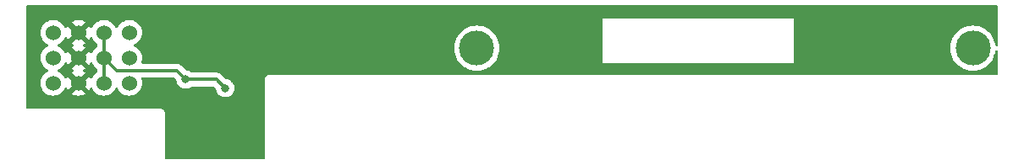
<source format=gbr>
%TF.GenerationSoftware,KiCad,Pcbnew,(6.0.8-1)-1*%
%TF.CreationDate,2023-12-09T20:57:06-06:00*%
%TF.ProjectId,RIO to STEMMA Dual,52494f20-746f-4205-9354-454d4d412044,rev?*%
%TF.SameCoordinates,Original*%
%TF.FileFunction,Copper,L2,Bot*%
%TF.FilePolarity,Positive*%
%FSLAX46Y46*%
G04 Gerber Fmt 4.6, Leading zero omitted, Abs format (unit mm)*
G04 Created by KiCad (PCBNEW (6.0.8-1)-1) date 2023-12-09 20:57:06*
%MOMM*%
%LPD*%
G01*
G04 APERTURE LIST*
%TA.AperFunction,ComponentPad*%
%ADD10C,3.500000*%
%TD*%
%TA.AperFunction,ComponentPad*%
%ADD11C,1.524000*%
%TD*%
%TA.AperFunction,ViaPad*%
%ADD12C,0.800000*%
%TD*%
%TA.AperFunction,Conductor*%
%ADD13C,0.350000*%
%TD*%
G04 APERTURE END LIST*
D10*
%TO.P,H2,1*%
%TO.N,N/C*%
X165481500Y-55109990D03*
%TD*%
%TO.P,H1,1*%
%TO.N,N/C*%
X115851500Y-55109990D03*
%TD*%
D11*
%TO.P,X1,1,GND*%
%TO.N,GND*%
X73456800Y-56083200D03*
%TO.P,X1,2,3V3*%
%TO.N,+3V3*%
X75996800Y-56083200D03*
%TO.P,X1,3,SCL*%
%TO.N,/SCL*%
X78536800Y-56083200D03*
%TO.P,X1,4,SDA*%
%TO.N,/SDA*%
X81076800Y-56083200D03*
%TO.P,X1,5,GND*%
%TO.N,GND*%
X73456800Y-58623200D03*
%TO.P,X1,6,GND*%
X73456800Y-53543200D03*
%TO.P,X1,7,3V3*%
%TO.N,+3V3*%
X75996800Y-58623200D03*
%TO.P,X1,8,3V3*%
X75996800Y-53543200D03*
%TO.P,X1,9,SCL*%
%TO.N,/SCL*%
X78536800Y-58623200D03*
%TO.P,X1,10,SCL*%
X78536800Y-53543200D03*
%TO.P,X1,11,SDA*%
%TO.N,/SDA*%
X81076800Y-58623200D03*
%TO.P,X1,12,SDA*%
X81076800Y-53543200D03*
%TD*%
D12*
%TO.N,+3V3*%
X87985600Y-62026800D03*
X89458800Y-54610000D03*
%TO.N,/SCL*%
X90678000Y-59131200D03*
X86715600Y-58267600D03*
%TD*%
D13*
%TO.N,/SCL*%
X85801200Y-57353200D02*
X79806800Y-57353200D01*
X78536800Y-53543200D02*
X78536800Y-58623200D01*
X86715600Y-58267600D02*
X85801200Y-57353200D01*
X89814400Y-58267600D02*
X86715600Y-58267600D01*
X90678000Y-59131200D02*
X89814400Y-58267600D01*
X79806800Y-57353200D02*
X78536800Y-56083200D01*
%TD*%
%TA.AperFunction,Conductor*%
%TO.N,+3V3*%
G36*
X167915121Y-50830502D02*
G01*
X167961614Y-50884158D01*
X167973000Y-50936500D01*
X167973000Y-54779616D01*
X167952998Y-54847737D01*
X167899342Y-54894230D01*
X167829068Y-54904334D01*
X167764488Y-54874840D01*
X167726104Y-54815114D01*
X167723421Y-54804198D01*
X167722423Y-54799178D01*
X167692752Y-54650014D01*
X167668530Y-54528243D01*
X167668528Y-54528237D01*
X167667724Y-54524193D01*
X167572559Y-54243845D01*
X167441615Y-53978317D01*
X167394369Y-53907608D01*
X167279426Y-53735583D01*
X167279422Y-53735578D01*
X167277133Y-53732152D01*
X167274419Y-53729058D01*
X167274415Y-53729052D01*
X167084636Y-53512652D01*
X167081927Y-53509563D01*
X167050512Y-53482013D01*
X166862438Y-53317075D01*
X166862432Y-53317071D01*
X166859338Y-53314357D01*
X166855912Y-53312068D01*
X166855907Y-53312064D01*
X166616606Y-53152169D01*
X166613173Y-53149875D01*
X166609474Y-53148051D01*
X166609469Y-53148048D01*
X166446695Y-53067777D01*
X166347645Y-53018931D01*
X166337753Y-53015573D01*
X166071210Y-52925094D01*
X166071206Y-52925093D01*
X166067297Y-52923766D01*
X166063253Y-52922962D01*
X166063247Y-52922960D01*
X165780965Y-52866810D01*
X165780959Y-52866809D01*
X165776926Y-52866007D01*
X165772821Y-52865738D01*
X165772814Y-52865737D01*
X165485619Y-52846914D01*
X165481500Y-52846644D01*
X165477381Y-52846914D01*
X165190186Y-52865737D01*
X165190179Y-52865738D01*
X165186074Y-52866007D01*
X165182041Y-52866809D01*
X165182035Y-52866810D01*
X164899753Y-52922960D01*
X164899747Y-52922962D01*
X164895703Y-52923766D01*
X164891794Y-52925093D01*
X164891790Y-52925094D01*
X164625247Y-53015573D01*
X164615355Y-53018931D01*
X164516305Y-53067777D01*
X164353531Y-53148048D01*
X164353526Y-53148051D01*
X164349827Y-53149875D01*
X164346394Y-53152169D01*
X164107093Y-53312064D01*
X164107088Y-53312068D01*
X164103662Y-53314357D01*
X164100568Y-53317071D01*
X164100562Y-53317075D01*
X163912488Y-53482013D01*
X163881073Y-53509563D01*
X163878364Y-53512652D01*
X163688585Y-53729052D01*
X163688581Y-53729058D01*
X163685867Y-53732152D01*
X163683578Y-53735578D01*
X163683574Y-53735583D01*
X163568631Y-53907608D01*
X163521385Y-53978317D01*
X163390441Y-54243845D01*
X163295276Y-54524193D01*
X163294472Y-54528237D01*
X163294470Y-54528243D01*
X163244469Y-54779616D01*
X163237517Y-54814564D01*
X163237248Y-54818669D01*
X163237247Y-54818676D01*
X163219508Y-55089330D01*
X163218154Y-55109990D01*
X163218424Y-55114109D01*
X163237049Y-55398274D01*
X163237517Y-55405416D01*
X163238319Y-55409449D01*
X163238320Y-55409455D01*
X163294470Y-55691737D01*
X163295276Y-55695787D01*
X163296603Y-55699696D01*
X163296604Y-55699700D01*
X163303085Y-55718792D01*
X163390441Y-55976135D01*
X163521385Y-56241663D01*
X163523679Y-56245096D01*
X163661921Y-56451990D01*
X163685867Y-56487828D01*
X163688581Y-56490922D01*
X163688585Y-56490928D01*
X163866053Y-56693290D01*
X163881073Y-56710417D01*
X163884162Y-56713126D01*
X164100562Y-56902905D01*
X164100568Y-56902909D01*
X164103662Y-56905623D01*
X164107088Y-56907912D01*
X164107093Y-56907916D01*
X164290905Y-57030734D01*
X164349827Y-57070105D01*
X164353526Y-57071929D01*
X164353531Y-57071932D01*
X164471694Y-57130203D01*
X164615355Y-57201049D01*
X164619260Y-57202374D01*
X164619261Y-57202375D01*
X164891790Y-57294886D01*
X164891794Y-57294887D01*
X164895703Y-57296214D01*
X164899747Y-57297018D01*
X164899753Y-57297020D01*
X165182035Y-57353170D01*
X165182041Y-57353171D01*
X165186074Y-57353973D01*
X165190179Y-57354242D01*
X165190186Y-57354243D01*
X165477381Y-57373066D01*
X165481500Y-57373336D01*
X165485619Y-57373066D01*
X165772814Y-57354243D01*
X165772821Y-57354242D01*
X165776926Y-57353973D01*
X165780959Y-57353171D01*
X165780965Y-57353170D01*
X166063247Y-57297020D01*
X166063253Y-57297018D01*
X166067297Y-57296214D01*
X166071206Y-57294887D01*
X166071210Y-57294886D01*
X166343739Y-57202375D01*
X166343740Y-57202374D01*
X166347645Y-57201049D01*
X166491306Y-57130203D01*
X166609469Y-57071932D01*
X166609474Y-57071929D01*
X166613173Y-57070105D01*
X166672095Y-57030734D01*
X166855907Y-56907916D01*
X166855912Y-56907912D01*
X166859338Y-56905623D01*
X166862432Y-56902909D01*
X166862438Y-56902905D01*
X167078838Y-56713126D01*
X167081927Y-56710417D01*
X167096947Y-56693290D01*
X167274415Y-56490928D01*
X167274419Y-56490922D01*
X167277133Y-56487828D01*
X167301080Y-56451990D01*
X167439321Y-56245096D01*
X167441615Y-56241663D01*
X167572559Y-55976135D01*
X167659915Y-55718792D01*
X167666396Y-55699700D01*
X167666397Y-55699696D01*
X167667724Y-55695787D01*
X167676372Y-55652314D01*
X167723421Y-55415782D01*
X167756329Y-55352873D01*
X167818024Y-55317741D01*
X167888919Y-55321541D01*
X167946505Y-55363067D01*
X167972499Y-55429134D01*
X167973000Y-55440364D01*
X167973000Y-57667500D01*
X167952998Y-57735621D01*
X167899342Y-57782114D01*
X167847000Y-57793500D01*
X95157023Y-57793500D01*
X95156253Y-57793498D01*
X95155437Y-57793493D01*
X95078679Y-57793024D01*
X95061703Y-57797876D01*
X95050247Y-57801150D01*
X95033485Y-57804728D01*
X95004213Y-57808920D01*
X94996045Y-57812634D01*
X94996044Y-57812634D01*
X94980838Y-57819548D01*
X94963314Y-57825996D01*
X94938629Y-57833051D01*
X94931035Y-57837843D01*
X94931032Y-57837844D01*
X94913620Y-57848830D01*
X94898537Y-57856969D01*
X94871618Y-57869208D01*
X94864816Y-57875069D01*
X94852165Y-57885970D01*
X94837161Y-57897073D01*
X94815442Y-57910776D01*
X94809503Y-57917501D01*
X94809499Y-57917504D01*
X94795868Y-57932938D01*
X94783676Y-57944982D01*
X94768073Y-57958427D01*
X94768071Y-57958430D01*
X94761273Y-57964287D01*
X94756393Y-57971816D01*
X94756392Y-57971817D01*
X94747306Y-57985835D01*
X94736015Y-58000709D01*
X94724969Y-58013217D01*
X94719022Y-58019951D01*
X94706458Y-58046711D01*
X94698137Y-58061691D01*
X94686929Y-58078983D01*
X94686927Y-58078988D01*
X94682048Y-58086515D01*
X94679478Y-58095108D01*
X94679476Y-58095113D01*
X94674689Y-58111120D01*
X94668028Y-58128564D01*
X94657119Y-58151800D01*
X94655738Y-58160667D01*
X94655738Y-58160668D01*
X94652570Y-58181015D01*
X94648787Y-58197732D01*
X94642885Y-58217466D01*
X94642884Y-58217472D01*
X94640314Y-58226066D01*
X94640259Y-58235037D01*
X94640259Y-58235038D01*
X94640104Y-58260497D01*
X94640071Y-58261289D01*
X94639900Y-58262386D01*
X94639900Y-58293377D01*
X94639898Y-58294147D01*
X94639424Y-58371721D01*
X94639808Y-58373065D01*
X94639900Y-58374410D01*
X94639900Y-66167500D01*
X94619898Y-66235621D01*
X94566242Y-66282114D01*
X94513900Y-66293500D01*
X84759300Y-66293500D01*
X84691179Y-66273498D01*
X84644686Y-66219842D01*
X84633300Y-66167500D01*
X84633300Y-61705223D01*
X84633302Y-61704453D01*
X84633721Y-61635854D01*
X84633776Y-61626879D01*
X84625650Y-61598447D01*
X84622072Y-61581685D01*
X84619152Y-61561298D01*
X84617880Y-61552413D01*
X84607251Y-61529036D01*
X84600804Y-61511513D01*
X84596216Y-61495462D01*
X84593749Y-61486829D01*
X84588956Y-61479232D01*
X84577970Y-61461820D01*
X84569830Y-61446735D01*
X84557592Y-61419818D01*
X84540830Y-61400365D01*
X84529727Y-61385361D01*
X84516024Y-61363642D01*
X84509299Y-61357703D01*
X84509296Y-61357699D01*
X84493862Y-61344068D01*
X84481818Y-61331876D01*
X84468373Y-61316273D01*
X84468370Y-61316271D01*
X84462513Y-61309473D01*
X84440965Y-61295506D01*
X84426091Y-61284215D01*
X84413583Y-61273169D01*
X84413582Y-61273168D01*
X84406849Y-61267222D01*
X84380087Y-61254657D01*
X84365109Y-61246337D01*
X84347817Y-61235129D01*
X84347812Y-61235127D01*
X84340285Y-61230248D01*
X84331692Y-61227678D01*
X84331687Y-61227676D01*
X84315680Y-61222889D01*
X84298236Y-61216228D01*
X84283124Y-61209133D01*
X84283122Y-61209132D01*
X84275000Y-61205319D01*
X84266133Y-61203938D01*
X84266132Y-61203938D01*
X84256490Y-61202437D01*
X84245783Y-61200770D01*
X84229068Y-61196987D01*
X84209334Y-61191085D01*
X84209328Y-61191084D01*
X84200734Y-61188514D01*
X84191763Y-61188459D01*
X84191762Y-61188459D01*
X84181703Y-61188398D01*
X84166294Y-61188304D01*
X84165511Y-61188271D01*
X84164414Y-61188100D01*
X84133423Y-61188100D01*
X84132653Y-61188098D01*
X84059015Y-61187648D01*
X84059014Y-61187648D01*
X84055079Y-61187624D01*
X84053735Y-61188008D01*
X84052390Y-61188100D01*
X70887700Y-61188100D01*
X70819579Y-61168098D01*
X70773086Y-61114442D01*
X70761700Y-61062100D01*
X70761700Y-58623200D01*
X72181447Y-58623200D01*
X72200822Y-58844663D01*
X72258360Y-59059396D01*
X72260682Y-59064377D01*
X72260683Y-59064378D01*
X72349986Y-59255889D01*
X72349989Y-59255894D01*
X72352312Y-59260876D01*
X72355468Y-59265383D01*
X72355469Y-59265385D01*
X72398897Y-59327406D01*
X72479823Y-59442981D01*
X72637019Y-59600177D01*
X72641527Y-59603334D01*
X72641530Y-59603336D01*
X72717295Y-59656387D01*
X72819123Y-59727688D01*
X72824105Y-59730011D01*
X72824110Y-59730014D01*
X73014610Y-59818845D01*
X73020604Y-59821640D01*
X73025912Y-59823062D01*
X73025914Y-59823063D01*
X73091749Y-59840703D01*
X73235337Y-59879178D01*
X73456800Y-59898553D01*
X73678263Y-59879178D01*
X73821851Y-59840703D01*
X73887686Y-59823063D01*
X73887688Y-59823062D01*
X73892996Y-59821640D01*
X73898990Y-59818845D01*
X74089490Y-59730014D01*
X74089495Y-59730011D01*
X74094477Y-59727688D01*
X74159759Y-59681977D01*
X75302577Y-59681977D01*
X75311874Y-59693993D01*
X75354869Y-59724098D01*
X75364355Y-59729576D01*
X75555793Y-59818845D01*
X75566085Y-59822591D01*
X75770109Y-59877259D01*
X75780904Y-59879162D01*
X75991325Y-59897572D01*
X76002275Y-59897572D01*
X76212696Y-59879162D01*
X76223491Y-59877259D01*
X76427515Y-59822591D01*
X76437807Y-59818845D01*
X76629245Y-59729576D01*
X76638731Y-59724098D01*
X76682564Y-59693407D01*
X76690939Y-59682929D01*
X76683871Y-59669481D01*
X76009612Y-58995222D01*
X75995668Y-58987608D01*
X75993835Y-58987739D01*
X75987220Y-58991990D01*
X75309007Y-59670203D01*
X75302577Y-59681977D01*
X74159759Y-59681977D01*
X74196305Y-59656387D01*
X74272070Y-59603336D01*
X74272073Y-59603334D01*
X74276581Y-59600177D01*
X74433777Y-59442981D01*
X74514704Y-59327406D01*
X74558131Y-59265385D01*
X74558132Y-59265383D01*
X74561288Y-59260876D01*
X74563611Y-59255894D01*
X74563614Y-59255889D01*
X74612881Y-59150235D01*
X74659799Y-59096950D01*
X74728076Y-59077489D01*
X74796036Y-59098031D01*
X74841271Y-59150235D01*
X74890423Y-59255641D01*
X74895903Y-59265132D01*
X74926594Y-59308965D01*
X74937071Y-59317340D01*
X74950518Y-59310272D01*
X75624778Y-58636012D01*
X75631156Y-58624332D01*
X76361208Y-58624332D01*
X76361339Y-58626165D01*
X76365590Y-58632780D01*
X77043803Y-59310993D01*
X77055577Y-59317423D01*
X77067593Y-59308126D01*
X77097697Y-59265132D01*
X77103177Y-59255641D01*
X77152329Y-59150235D01*
X77199247Y-59096950D01*
X77267524Y-59077489D01*
X77335484Y-59098031D01*
X77380719Y-59150235D01*
X77429986Y-59255889D01*
X77429989Y-59255894D01*
X77432312Y-59260876D01*
X77435468Y-59265383D01*
X77435469Y-59265385D01*
X77478897Y-59327406D01*
X77559823Y-59442981D01*
X77717019Y-59600177D01*
X77721527Y-59603334D01*
X77721530Y-59603336D01*
X77797295Y-59656387D01*
X77899123Y-59727688D01*
X77904105Y-59730011D01*
X77904110Y-59730014D01*
X78094610Y-59818845D01*
X78100604Y-59821640D01*
X78105912Y-59823062D01*
X78105914Y-59823063D01*
X78171749Y-59840703D01*
X78315337Y-59879178D01*
X78536800Y-59898553D01*
X78758263Y-59879178D01*
X78901851Y-59840703D01*
X78967686Y-59823063D01*
X78967688Y-59823062D01*
X78972996Y-59821640D01*
X78978990Y-59818845D01*
X79169490Y-59730014D01*
X79169495Y-59730011D01*
X79174477Y-59727688D01*
X79276305Y-59656387D01*
X79352070Y-59603336D01*
X79352073Y-59603334D01*
X79356581Y-59600177D01*
X79513777Y-59442981D01*
X79594704Y-59327406D01*
X79638131Y-59265385D01*
X79638132Y-59265383D01*
X79641288Y-59260876D01*
X79643611Y-59255894D01*
X79643614Y-59255889D01*
X79692605Y-59150827D01*
X79739523Y-59097542D01*
X79807800Y-59078081D01*
X79875760Y-59098623D01*
X79920995Y-59150827D01*
X79969986Y-59255889D01*
X79969989Y-59255894D01*
X79972312Y-59260876D01*
X79975468Y-59265383D01*
X79975469Y-59265385D01*
X80018897Y-59327406D01*
X80099823Y-59442981D01*
X80257019Y-59600177D01*
X80261527Y-59603334D01*
X80261530Y-59603336D01*
X80337295Y-59656387D01*
X80439123Y-59727688D01*
X80444105Y-59730011D01*
X80444110Y-59730014D01*
X80634610Y-59818845D01*
X80640604Y-59821640D01*
X80645912Y-59823062D01*
X80645914Y-59823063D01*
X80711749Y-59840703D01*
X80855337Y-59879178D01*
X81076800Y-59898553D01*
X81298263Y-59879178D01*
X81441851Y-59840703D01*
X81507686Y-59823063D01*
X81507688Y-59823062D01*
X81512996Y-59821640D01*
X81518990Y-59818845D01*
X81709490Y-59730014D01*
X81709495Y-59730011D01*
X81714477Y-59727688D01*
X81816305Y-59656387D01*
X81892070Y-59603336D01*
X81892073Y-59603334D01*
X81896581Y-59600177D01*
X82053777Y-59442981D01*
X82134704Y-59327406D01*
X82178131Y-59265385D01*
X82178132Y-59265383D01*
X82181288Y-59260876D01*
X82183611Y-59255894D01*
X82183614Y-59255889D01*
X82272917Y-59064378D01*
X82272918Y-59064377D01*
X82275240Y-59059396D01*
X82332778Y-58844663D01*
X82352153Y-58623200D01*
X82332778Y-58401737D01*
X82288111Y-58235038D01*
X82277466Y-58195311D01*
X82279156Y-58124335D01*
X82318950Y-58065539D01*
X82384214Y-58037591D01*
X82399173Y-58036700D01*
X85465895Y-58036700D01*
X85534016Y-58056702D01*
X85554990Y-58073605D01*
X85776783Y-58295398D01*
X85810809Y-58357710D01*
X85812997Y-58371319D01*
X85822058Y-58457528D01*
X85881073Y-58639156D01*
X85976560Y-58804544D01*
X85980978Y-58809451D01*
X85980979Y-58809452D01*
X86099670Y-58941272D01*
X86104347Y-58946466D01*
X86167005Y-58991990D01*
X86252473Y-59054086D01*
X86258848Y-59058718D01*
X86264876Y-59061402D01*
X86264878Y-59061403D01*
X86421646Y-59131200D01*
X86433312Y-59136394D01*
X86501214Y-59150827D01*
X86613656Y-59174728D01*
X86613661Y-59174728D01*
X86620113Y-59176100D01*
X86811087Y-59176100D01*
X86817539Y-59174728D01*
X86817544Y-59174728D01*
X86929986Y-59150827D01*
X86997888Y-59136394D01*
X87009554Y-59131200D01*
X87166322Y-59061403D01*
X87166324Y-59061402D01*
X87172352Y-59058718D01*
X87178728Y-59054086D01*
X87287354Y-58975164D01*
X87354222Y-58951305D01*
X87361415Y-58951100D01*
X89479095Y-58951100D01*
X89547216Y-58971102D01*
X89568190Y-58988005D01*
X89739183Y-59158998D01*
X89773209Y-59221310D01*
X89775397Y-59234919D01*
X89778573Y-59265132D01*
X89783180Y-59308965D01*
X89784458Y-59321128D01*
X89843473Y-59502756D01*
X89938960Y-59668144D01*
X89943378Y-59673051D01*
X89943379Y-59673052D01*
X89994668Y-59730014D01*
X90066747Y-59810066D01*
X90221248Y-59922318D01*
X90227276Y-59925002D01*
X90227278Y-59925003D01*
X90389681Y-59997309D01*
X90395712Y-59999994D01*
X90489112Y-60019847D01*
X90576056Y-60038328D01*
X90576061Y-60038328D01*
X90582513Y-60039700D01*
X90773487Y-60039700D01*
X90779939Y-60038328D01*
X90779944Y-60038328D01*
X90866888Y-60019847D01*
X90960288Y-59999994D01*
X90966319Y-59997309D01*
X91128722Y-59925003D01*
X91128724Y-59925002D01*
X91134752Y-59922318D01*
X91289253Y-59810066D01*
X91361332Y-59730014D01*
X91412621Y-59673052D01*
X91412622Y-59673051D01*
X91417040Y-59668144D01*
X91512527Y-59502756D01*
X91571542Y-59321128D01*
X91572821Y-59308965D01*
X91590814Y-59137765D01*
X91591504Y-59131200D01*
X91574677Y-58971102D01*
X91572232Y-58947835D01*
X91572232Y-58947833D01*
X91571542Y-58941272D01*
X91512527Y-58759644D01*
X91484974Y-58711920D01*
X91446267Y-58644879D01*
X91417040Y-58594256D01*
X91376752Y-58549511D01*
X91293675Y-58457245D01*
X91293674Y-58457244D01*
X91289253Y-58452334D01*
X91134752Y-58340082D01*
X91128724Y-58337398D01*
X91128722Y-58337397D01*
X90966319Y-58265091D01*
X90966318Y-58265091D01*
X90960288Y-58262406D01*
X90842513Y-58237372D01*
X90779943Y-58224072D01*
X90779940Y-58224072D01*
X90773487Y-58222700D01*
X90773554Y-58222383D01*
X90711219Y-58196738D01*
X90700950Y-58187535D01*
X90317556Y-57804141D01*
X90311702Y-57797876D01*
X90280104Y-57761655D01*
X90275110Y-57755930D01*
X90224745Y-57720534D01*
X90219477Y-57716620D01*
X90177049Y-57683352D01*
X90171072Y-57678665D01*
X90164148Y-57675539D01*
X90159839Y-57672929D01*
X90150424Y-57667558D01*
X90145976Y-57665173D01*
X90139761Y-57660805D01*
X90082439Y-57638456D01*
X90076371Y-57635906D01*
X90020295Y-57610586D01*
X90012818Y-57609200D01*
X90007998Y-57607690D01*
X89997565Y-57604718D01*
X89992704Y-57603470D01*
X89985628Y-57600711D01*
X89924638Y-57592682D01*
X89918122Y-57591650D01*
X89865100Y-57581823D01*
X89857633Y-57580439D01*
X89850053Y-57580876D01*
X89850052Y-57580876D01*
X89797758Y-57583891D01*
X89790506Y-57584100D01*
X87361415Y-57584100D01*
X87293294Y-57564098D01*
X87287354Y-57560036D01*
X87177694Y-57480363D01*
X87177693Y-57480362D01*
X87172352Y-57476482D01*
X87166324Y-57473798D01*
X87166322Y-57473797D01*
X87003919Y-57401491D01*
X87003918Y-57401491D01*
X86997888Y-57398806D01*
X86878062Y-57373336D01*
X86817543Y-57360472D01*
X86817540Y-57360472D01*
X86811087Y-57359100D01*
X86811154Y-57358783D01*
X86748819Y-57333138D01*
X86738550Y-57323935D01*
X86304356Y-56889741D01*
X86298502Y-56883476D01*
X86266904Y-56847255D01*
X86261910Y-56841530D01*
X86211545Y-56806134D01*
X86206277Y-56802220D01*
X86157872Y-56764265D01*
X86150948Y-56761139D01*
X86146639Y-56758529D01*
X86137224Y-56753158D01*
X86132776Y-56750773D01*
X86126561Y-56746405D01*
X86069239Y-56724056D01*
X86063171Y-56721506D01*
X86007095Y-56696186D01*
X85999618Y-56694800D01*
X85994798Y-56693290D01*
X85984365Y-56690318D01*
X85979504Y-56689070D01*
X85972428Y-56686311D01*
X85911438Y-56678282D01*
X85904922Y-56677250D01*
X85851900Y-56667423D01*
X85844433Y-56666039D01*
X85836853Y-56666476D01*
X85836852Y-56666476D01*
X85784558Y-56669491D01*
X85777306Y-56669700D01*
X82399173Y-56669700D01*
X82331052Y-56649698D01*
X82284559Y-56596042D01*
X82274455Y-56525768D01*
X82277466Y-56511089D01*
X82291197Y-56459842D01*
X82332778Y-56304663D01*
X82352153Y-56083200D01*
X82332778Y-55861737D01*
X82289360Y-55699700D01*
X82276663Y-55652314D01*
X82276662Y-55652312D01*
X82275240Y-55647004D01*
X82232605Y-55555573D01*
X82183614Y-55450511D01*
X82183611Y-55450506D01*
X82181288Y-55445524D01*
X82169812Y-55429134D01*
X82056936Y-55267930D01*
X82056934Y-55267927D01*
X82053777Y-55263419D01*
X81900348Y-55109990D01*
X113588154Y-55109990D01*
X113588424Y-55114109D01*
X113607049Y-55398274D01*
X113607517Y-55405416D01*
X113608319Y-55409449D01*
X113608320Y-55409455D01*
X113664470Y-55691737D01*
X113665276Y-55695787D01*
X113666603Y-55699696D01*
X113666604Y-55699700D01*
X113673085Y-55718792D01*
X113760441Y-55976135D01*
X113891385Y-56241663D01*
X113893679Y-56245096D01*
X114031921Y-56451990D01*
X114055867Y-56487828D01*
X114058581Y-56490922D01*
X114058585Y-56490928D01*
X114236053Y-56693290D01*
X114251073Y-56710417D01*
X114254162Y-56713126D01*
X114470562Y-56902905D01*
X114470568Y-56902909D01*
X114473662Y-56905623D01*
X114477088Y-56907912D01*
X114477093Y-56907916D01*
X114660905Y-57030734D01*
X114719827Y-57070105D01*
X114723526Y-57071929D01*
X114723531Y-57071932D01*
X114841694Y-57130203D01*
X114985355Y-57201049D01*
X114989260Y-57202374D01*
X114989261Y-57202375D01*
X115261790Y-57294886D01*
X115261794Y-57294887D01*
X115265703Y-57296214D01*
X115269747Y-57297018D01*
X115269753Y-57297020D01*
X115552035Y-57353170D01*
X115552041Y-57353171D01*
X115556074Y-57353973D01*
X115560179Y-57354242D01*
X115560186Y-57354243D01*
X115847381Y-57373066D01*
X115851500Y-57373336D01*
X115855619Y-57373066D01*
X116142814Y-57354243D01*
X116142821Y-57354242D01*
X116146926Y-57353973D01*
X116150959Y-57353171D01*
X116150965Y-57353170D01*
X116433247Y-57297020D01*
X116433253Y-57297018D01*
X116437297Y-57296214D01*
X116441206Y-57294887D01*
X116441210Y-57294886D01*
X116713739Y-57202375D01*
X116713740Y-57202374D01*
X116717645Y-57201049D01*
X116861306Y-57130203D01*
X116979469Y-57071932D01*
X116979474Y-57071929D01*
X116983173Y-57070105D01*
X117042095Y-57030734D01*
X117225907Y-56907916D01*
X117225912Y-56907912D01*
X117229338Y-56905623D01*
X117232432Y-56902909D01*
X117232438Y-56902905D01*
X117448838Y-56713126D01*
X117451927Y-56710417D01*
X117466947Y-56693290D01*
X117537886Y-56612400D01*
X128390891Y-56612400D01*
X147605510Y-56612400D01*
X147605510Y-52150400D01*
X128390891Y-52150400D01*
X128390891Y-56612400D01*
X117537886Y-56612400D01*
X117644415Y-56490928D01*
X117644419Y-56490922D01*
X117647133Y-56487828D01*
X117671080Y-56451990D01*
X117809321Y-56245096D01*
X117811615Y-56241663D01*
X117942559Y-55976135D01*
X118029915Y-55718792D01*
X118036396Y-55699700D01*
X118036397Y-55699696D01*
X118037724Y-55695787D01*
X118038530Y-55691737D01*
X118094680Y-55409455D01*
X118094681Y-55409449D01*
X118095483Y-55405416D01*
X118095952Y-55398274D01*
X118114576Y-55114109D01*
X118114846Y-55109990D01*
X118113492Y-55089330D01*
X118095753Y-54818676D01*
X118095752Y-54818669D01*
X118095483Y-54814564D01*
X118088532Y-54779616D01*
X118038530Y-54528243D01*
X118038528Y-54528237D01*
X118037724Y-54524193D01*
X117942559Y-54243845D01*
X117811615Y-53978317D01*
X117764369Y-53907608D01*
X117649426Y-53735583D01*
X117649422Y-53735578D01*
X117647133Y-53732152D01*
X117644419Y-53729058D01*
X117644415Y-53729052D01*
X117454636Y-53512652D01*
X117451927Y-53509563D01*
X117420512Y-53482013D01*
X117232438Y-53317075D01*
X117232432Y-53317071D01*
X117229338Y-53314357D01*
X117225912Y-53312068D01*
X117225907Y-53312064D01*
X116986606Y-53152169D01*
X116983173Y-53149875D01*
X116979474Y-53148051D01*
X116979469Y-53148048D01*
X116816695Y-53067777D01*
X116717645Y-53018931D01*
X116707753Y-53015573D01*
X116441210Y-52925094D01*
X116441206Y-52925093D01*
X116437297Y-52923766D01*
X116433253Y-52922962D01*
X116433247Y-52922960D01*
X116150965Y-52866810D01*
X116150959Y-52866809D01*
X116146926Y-52866007D01*
X116142821Y-52865738D01*
X116142814Y-52865737D01*
X115855619Y-52846914D01*
X115851500Y-52846644D01*
X115847381Y-52846914D01*
X115560186Y-52865737D01*
X115560179Y-52865738D01*
X115556074Y-52866007D01*
X115552041Y-52866809D01*
X115552035Y-52866810D01*
X115269753Y-52922960D01*
X115269747Y-52922962D01*
X115265703Y-52923766D01*
X115261794Y-52925093D01*
X115261790Y-52925094D01*
X114995247Y-53015573D01*
X114985355Y-53018931D01*
X114886305Y-53067777D01*
X114723531Y-53148048D01*
X114723526Y-53148051D01*
X114719827Y-53149875D01*
X114716394Y-53152169D01*
X114477093Y-53312064D01*
X114477088Y-53312068D01*
X114473662Y-53314357D01*
X114470568Y-53317071D01*
X114470562Y-53317075D01*
X114282488Y-53482013D01*
X114251073Y-53509563D01*
X114248364Y-53512652D01*
X114058585Y-53729052D01*
X114058581Y-53729058D01*
X114055867Y-53732152D01*
X114053578Y-53735578D01*
X114053574Y-53735583D01*
X113938631Y-53907608D01*
X113891385Y-53978317D01*
X113760441Y-54243845D01*
X113665276Y-54524193D01*
X113664472Y-54528237D01*
X113664470Y-54528243D01*
X113614469Y-54779616D01*
X113607517Y-54814564D01*
X113607248Y-54818669D01*
X113607247Y-54818676D01*
X113589508Y-55089330D01*
X113588154Y-55109990D01*
X81900348Y-55109990D01*
X81896581Y-55106223D01*
X81892073Y-55103066D01*
X81892070Y-55103064D01*
X81814029Y-55048419D01*
X81714477Y-54978712D01*
X81709495Y-54976389D01*
X81709490Y-54976386D01*
X81604427Y-54927395D01*
X81551142Y-54880478D01*
X81531681Y-54812201D01*
X81552223Y-54744241D01*
X81604427Y-54699005D01*
X81709490Y-54650014D01*
X81709495Y-54650011D01*
X81714477Y-54647688D01*
X81890846Y-54524193D01*
X81892070Y-54523336D01*
X81892073Y-54523334D01*
X81896581Y-54520177D01*
X82053777Y-54362981D01*
X82141694Y-54237423D01*
X82178131Y-54185385D01*
X82178132Y-54185383D01*
X82181288Y-54180876D01*
X82183611Y-54175894D01*
X82183614Y-54175889D01*
X82272917Y-53984378D01*
X82272918Y-53984377D01*
X82275240Y-53979396D01*
X82332778Y-53764663D01*
X82352153Y-53543200D01*
X82332778Y-53321737D01*
X82275240Y-53107004D01*
X82256948Y-53067777D01*
X82183614Y-52910511D01*
X82183611Y-52910506D01*
X82181288Y-52905524D01*
X82153429Y-52865737D01*
X82056936Y-52727930D01*
X82056934Y-52727927D01*
X82053777Y-52723419D01*
X81896581Y-52566223D01*
X81892073Y-52563066D01*
X81892070Y-52563064D01*
X81816305Y-52510013D01*
X81714477Y-52438712D01*
X81709495Y-52436389D01*
X81709490Y-52436386D01*
X81517978Y-52347083D01*
X81517977Y-52347082D01*
X81512996Y-52344760D01*
X81507688Y-52343338D01*
X81507686Y-52343337D01*
X81441851Y-52325697D01*
X81298263Y-52287222D01*
X81076800Y-52267847D01*
X80855337Y-52287222D01*
X80711749Y-52325697D01*
X80645914Y-52343337D01*
X80645912Y-52343338D01*
X80640604Y-52344760D01*
X80635623Y-52347082D01*
X80635622Y-52347083D01*
X80444111Y-52436386D01*
X80444106Y-52436389D01*
X80439124Y-52438712D01*
X80434617Y-52441868D01*
X80434615Y-52441869D01*
X80261530Y-52563064D01*
X80261527Y-52563066D01*
X80257019Y-52566223D01*
X80099823Y-52723419D01*
X80096666Y-52727927D01*
X80096664Y-52727930D01*
X80000171Y-52865737D01*
X79972312Y-52905524D01*
X79969989Y-52910506D01*
X79969986Y-52910511D01*
X79920995Y-53015573D01*
X79874077Y-53068858D01*
X79805800Y-53088319D01*
X79737840Y-53067777D01*
X79692605Y-53015573D01*
X79643614Y-52910511D01*
X79643611Y-52910506D01*
X79641288Y-52905524D01*
X79613429Y-52865737D01*
X79516936Y-52727930D01*
X79516934Y-52727927D01*
X79513777Y-52723419D01*
X79356581Y-52566223D01*
X79352073Y-52563066D01*
X79352070Y-52563064D01*
X79276305Y-52510013D01*
X79174477Y-52438712D01*
X79169495Y-52436389D01*
X79169490Y-52436386D01*
X78977978Y-52347083D01*
X78977977Y-52347082D01*
X78972996Y-52344760D01*
X78967688Y-52343338D01*
X78967686Y-52343337D01*
X78901851Y-52325697D01*
X78758263Y-52287222D01*
X78536800Y-52267847D01*
X78315337Y-52287222D01*
X78171749Y-52325697D01*
X78105914Y-52343337D01*
X78105912Y-52343338D01*
X78100604Y-52344760D01*
X78095623Y-52347082D01*
X78095622Y-52347083D01*
X77904111Y-52436386D01*
X77904106Y-52436389D01*
X77899124Y-52438712D01*
X77894617Y-52441868D01*
X77894615Y-52441869D01*
X77721530Y-52563064D01*
X77721527Y-52563066D01*
X77717019Y-52566223D01*
X77559823Y-52723419D01*
X77556666Y-52727927D01*
X77556664Y-52727930D01*
X77460171Y-52865737D01*
X77432312Y-52905524D01*
X77429989Y-52910506D01*
X77429986Y-52910511D01*
X77380719Y-53016165D01*
X77333801Y-53069450D01*
X77265524Y-53088911D01*
X77197564Y-53068369D01*
X77152329Y-53016165D01*
X77103177Y-52910759D01*
X77097697Y-52901268D01*
X77067006Y-52857435D01*
X77056529Y-52849060D01*
X77043082Y-52856128D01*
X76368822Y-53530388D01*
X76361208Y-53544332D01*
X76361339Y-53546165D01*
X76365590Y-53552780D01*
X77043803Y-54230993D01*
X77055577Y-54237423D01*
X77067593Y-54228126D01*
X77097697Y-54185132D01*
X77103177Y-54175641D01*
X77152329Y-54070235D01*
X77199247Y-54016950D01*
X77267524Y-53997489D01*
X77335484Y-54018031D01*
X77380719Y-54070235D01*
X77429986Y-54175889D01*
X77429989Y-54175894D01*
X77432312Y-54180876D01*
X77435468Y-54185383D01*
X77435469Y-54185385D01*
X77471907Y-54237423D01*
X77559823Y-54362981D01*
X77717019Y-54520177D01*
X77721527Y-54523334D01*
X77721530Y-54523336D01*
X77799571Y-54577981D01*
X77843899Y-54633438D01*
X77853300Y-54681194D01*
X77853300Y-54945206D01*
X77833298Y-55013327D01*
X77799571Y-55048419D01*
X77721530Y-55103064D01*
X77721527Y-55103066D01*
X77717019Y-55106223D01*
X77559823Y-55263419D01*
X77556666Y-55267927D01*
X77556664Y-55267930D01*
X77443788Y-55429134D01*
X77432312Y-55445524D01*
X77429989Y-55450506D01*
X77429986Y-55450511D01*
X77380719Y-55556165D01*
X77333801Y-55609450D01*
X77265524Y-55628911D01*
X77197564Y-55608369D01*
X77152329Y-55556165D01*
X77103177Y-55450759D01*
X77097697Y-55441268D01*
X77067006Y-55397435D01*
X77056529Y-55389060D01*
X77043082Y-55396128D01*
X76368822Y-56070388D01*
X76361208Y-56084332D01*
X76361339Y-56086165D01*
X76365590Y-56092780D01*
X77043803Y-56770993D01*
X77055577Y-56777423D01*
X77067593Y-56768126D01*
X77097697Y-56725132D01*
X77103177Y-56715641D01*
X77152329Y-56610235D01*
X77199247Y-56556950D01*
X77267524Y-56537489D01*
X77335484Y-56558031D01*
X77380719Y-56610235D01*
X77429986Y-56715889D01*
X77429989Y-56715894D01*
X77432312Y-56720876D01*
X77435468Y-56725383D01*
X77435469Y-56725385D01*
X77516795Y-56841530D01*
X77559823Y-56902981D01*
X77717019Y-57060177D01*
X77721527Y-57063334D01*
X77721530Y-57063336D01*
X77799571Y-57117981D01*
X77843899Y-57173438D01*
X77853300Y-57221194D01*
X77853300Y-57485206D01*
X77833298Y-57553327D01*
X77799571Y-57588419D01*
X77721530Y-57643064D01*
X77721527Y-57643066D01*
X77717019Y-57646223D01*
X77559823Y-57803419D01*
X77556666Y-57807927D01*
X77556664Y-57807930D01*
X77435469Y-57981015D01*
X77432312Y-57985524D01*
X77429989Y-57990506D01*
X77429986Y-57990511D01*
X77380719Y-58096165D01*
X77333801Y-58149450D01*
X77265524Y-58168911D01*
X77197564Y-58148369D01*
X77152329Y-58096165D01*
X77103177Y-57990759D01*
X77097697Y-57981268D01*
X77067006Y-57937435D01*
X77056529Y-57929060D01*
X77043082Y-57936128D01*
X76368822Y-58610388D01*
X76361208Y-58624332D01*
X75631156Y-58624332D01*
X75632392Y-58622068D01*
X75632261Y-58620235D01*
X75628010Y-58613620D01*
X74949797Y-57935407D01*
X74938023Y-57928977D01*
X74926007Y-57938274D01*
X74895903Y-57981268D01*
X74890423Y-57990759D01*
X74841271Y-58096165D01*
X74794353Y-58149450D01*
X74726076Y-58168911D01*
X74658116Y-58148369D01*
X74612881Y-58096165D01*
X74563614Y-57990511D01*
X74563611Y-57990506D01*
X74561288Y-57985524D01*
X74558131Y-57981015D01*
X74436936Y-57807930D01*
X74436934Y-57807927D01*
X74433777Y-57803419D01*
X74276581Y-57646223D01*
X74272073Y-57643066D01*
X74272070Y-57643064D01*
X74187562Y-57583891D01*
X74094477Y-57518712D01*
X74089495Y-57516389D01*
X74089490Y-57516386D01*
X73984427Y-57467395D01*
X73931142Y-57420478D01*
X73911681Y-57352201D01*
X73932223Y-57284241D01*
X73984427Y-57239005D01*
X74089490Y-57190014D01*
X74089495Y-57190011D01*
X74094477Y-57187688D01*
X74159759Y-57141977D01*
X75302577Y-57141977D01*
X75311874Y-57153993D01*
X75354869Y-57184098D01*
X75364355Y-57189576D01*
X75470357Y-57239005D01*
X75523642Y-57285922D01*
X75543103Y-57354199D01*
X75522561Y-57422159D01*
X75470357Y-57467395D01*
X75364359Y-57516823D01*
X75354868Y-57522303D01*
X75311035Y-57552994D01*
X75302660Y-57563471D01*
X75309728Y-57576918D01*
X75983988Y-58251178D01*
X75997932Y-58258792D01*
X75999765Y-58258661D01*
X76006380Y-58254410D01*
X76684593Y-57576197D01*
X76691023Y-57564423D01*
X76681726Y-57552407D01*
X76638731Y-57522302D01*
X76629245Y-57516824D01*
X76523244Y-57467395D01*
X76469959Y-57420478D01*
X76450498Y-57352200D01*
X76471040Y-57284240D01*
X76523244Y-57239005D01*
X76629245Y-57189576D01*
X76638731Y-57184098D01*
X76682564Y-57153407D01*
X76690939Y-57142929D01*
X76683871Y-57129481D01*
X76009612Y-56455222D01*
X75995668Y-56447608D01*
X75993835Y-56447739D01*
X75987220Y-56451990D01*
X75309007Y-57130203D01*
X75302577Y-57141977D01*
X74159759Y-57141977D01*
X74196305Y-57116387D01*
X74272070Y-57063336D01*
X74272073Y-57063334D01*
X74276581Y-57060177D01*
X74433777Y-56902981D01*
X74476806Y-56841530D01*
X74558131Y-56725385D01*
X74558132Y-56725383D01*
X74561288Y-56720876D01*
X74563611Y-56715894D01*
X74563614Y-56715889D01*
X74612881Y-56610235D01*
X74659799Y-56556950D01*
X74728076Y-56537489D01*
X74796036Y-56558031D01*
X74841271Y-56610235D01*
X74890423Y-56715641D01*
X74895903Y-56725132D01*
X74926594Y-56768965D01*
X74937071Y-56777340D01*
X74950518Y-56770272D01*
X75624778Y-56096012D01*
X75632392Y-56082068D01*
X75632261Y-56080235D01*
X75628010Y-56073620D01*
X74949797Y-55395407D01*
X74938023Y-55388977D01*
X74926007Y-55398274D01*
X74895903Y-55441268D01*
X74890423Y-55450759D01*
X74841271Y-55556165D01*
X74794353Y-55609450D01*
X74726076Y-55628911D01*
X74658116Y-55608369D01*
X74612881Y-55556165D01*
X74563614Y-55450511D01*
X74563611Y-55450506D01*
X74561288Y-55445524D01*
X74549812Y-55429134D01*
X74436936Y-55267930D01*
X74436934Y-55267927D01*
X74433777Y-55263419D01*
X74276581Y-55106223D01*
X74272073Y-55103066D01*
X74272070Y-55103064D01*
X74194029Y-55048419D01*
X74094477Y-54978712D01*
X74089495Y-54976389D01*
X74089490Y-54976386D01*
X73984427Y-54927395D01*
X73931142Y-54880478D01*
X73911681Y-54812201D01*
X73932223Y-54744241D01*
X73984427Y-54699005D01*
X74089490Y-54650014D01*
X74089495Y-54650011D01*
X74094477Y-54647688D01*
X74159759Y-54601977D01*
X75302577Y-54601977D01*
X75311874Y-54613993D01*
X75354869Y-54644098D01*
X75364355Y-54649576D01*
X75470357Y-54699005D01*
X75523642Y-54745922D01*
X75543103Y-54814199D01*
X75522561Y-54882159D01*
X75470357Y-54927395D01*
X75364359Y-54976823D01*
X75354868Y-54982303D01*
X75311035Y-55012994D01*
X75302660Y-55023471D01*
X75309728Y-55036918D01*
X75983988Y-55711178D01*
X75997932Y-55718792D01*
X75999765Y-55718661D01*
X76006380Y-55714410D01*
X76684593Y-55036197D01*
X76691023Y-55024423D01*
X76681726Y-55012407D01*
X76638731Y-54982302D01*
X76629245Y-54976824D01*
X76523244Y-54927395D01*
X76469959Y-54880478D01*
X76450498Y-54812200D01*
X76471040Y-54744240D01*
X76523244Y-54699005D01*
X76629245Y-54649576D01*
X76638731Y-54644098D01*
X76682564Y-54613407D01*
X76690939Y-54602929D01*
X76683871Y-54589481D01*
X76009612Y-53915222D01*
X75995668Y-53907608D01*
X75993835Y-53907739D01*
X75987220Y-53911990D01*
X75309007Y-54590203D01*
X75302577Y-54601977D01*
X74159759Y-54601977D01*
X74270846Y-54524193D01*
X74272070Y-54523336D01*
X74272073Y-54523334D01*
X74276581Y-54520177D01*
X74433777Y-54362981D01*
X74521694Y-54237423D01*
X74558131Y-54185385D01*
X74558132Y-54185383D01*
X74561288Y-54180876D01*
X74563611Y-54175894D01*
X74563614Y-54175889D01*
X74612881Y-54070235D01*
X74659799Y-54016950D01*
X74728076Y-53997489D01*
X74796036Y-54018031D01*
X74841271Y-54070235D01*
X74890423Y-54175641D01*
X74895903Y-54185132D01*
X74926594Y-54228965D01*
X74937071Y-54237340D01*
X74950518Y-54230272D01*
X75624778Y-53556012D01*
X75632392Y-53542068D01*
X75632261Y-53540235D01*
X75628010Y-53533620D01*
X74949797Y-52855407D01*
X74938023Y-52848977D01*
X74926007Y-52858274D01*
X74895903Y-52901268D01*
X74890423Y-52910759D01*
X74841271Y-53016165D01*
X74794353Y-53069450D01*
X74726076Y-53088911D01*
X74658116Y-53068369D01*
X74612881Y-53016165D01*
X74563614Y-52910511D01*
X74563611Y-52910506D01*
X74561288Y-52905524D01*
X74533429Y-52865737D01*
X74436936Y-52727930D01*
X74436934Y-52727927D01*
X74433777Y-52723419D01*
X74276581Y-52566223D01*
X74272073Y-52563066D01*
X74272070Y-52563064D01*
X74196305Y-52510013D01*
X74158399Y-52483471D01*
X75302660Y-52483471D01*
X75309728Y-52496918D01*
X75983988Y-53171178D01*
X75997932Y-53178792D01*
X75999765Y-53178661D01*
X76006380Y-53174410D01*
X76684593Y-52496197D01*
X76691023Y-52484423D01*
X76681726Y-52472407D01*
X76638731Y-52442302D01*
X76629245Y-52436824D01*
X76437807Y-52347555D01*
X76427515Y-52343809D01*
X76223491Y-52289141D01*
X76212696Y-52287238D01*
X76002275Y-52268828D01*
X75991325Y-52268828D01*
X75780904Y-52287238D01*
X75770109Y-52289141D01*
X75566085Y-52343809D01*
X75555793Y-52347555D01*
X75364359Y-52436823D01*
X75354868Y-52442303D01*
X75311035Y-52472994D01*
X75302660Y-52483471D01*
X74158399Y-52483471D01*
X74094477Y-52438712D01*
X74089495Y-52436389D01*
X74089490Y-52436386D01*
X73897978Y-52347083D01*
X73897977Y-52347082D01*
X73892996Y-52344760D01*
X73887688Y-52343338D01*
X73887686Y-52343337D01*
X73821851Y-52325697D01*
X73678263Y-52287222D01*
X73456800Y-52267847D01*
X73235337Y-52287222D01*
X73091749Y-52325697D01*
X73025914Y-52343337D01*
X73025912Y-52343338D01*
X73020604Y-52344760D01*
X73015623Y-52347082D01*
X73015622Y-52347083D01*
X72824111Y-52436386D01*
X72824106Y-52436389D01*
X72819124Y-52438712D01*
X72814617Y-52441868D01*
X72814615Y-52441869D01*
X72641530Y-52563064D01*
X72641527Y-52563066D01*
X72637019Y-52566223D01*
X72479823Y-52723419D01*
X72476666Y-52727927D01*
X72476664Y-52727930D01*
X72380171Y-52865737D01*
X72352312Y-52905524D01*
X72349989Y-52910506D01*
X72349986Y-52910511D01*
X72276652Y-53067777D01*
X72258360Y-53107004D01*
X72200822Y-53321737D01*
X72181447Y-53543200D01*
X72200822Y-53764663D01*
X72258360Y-53979396D01*
X72260682Y-53984377D01*
X72260683Y-53984378D01*
X72349986Y-54175889D01*
X72349989Y-54175894D01*
X72352312Y-54180876D01*
X72355468Y-54185383D01*
X72355469Y-54185385D01*
X72391907Y-54237423D01*
X72479823Y-54362981D01*
X72637019Y-54520177D01*
X72641527Y-54523334D01*
X72641530Y-54523336D01*
X72642754Y-54524193D01*
X72819123Y-54647688D01*
X72824105Y-54650011D01*
X72824110Y-54650014D01*
X72929173Y-54699005D01*
X72982458Y-54745922D01*
X73001919Y-54814199D01*
X72981377Y-54882159D01*
X72929173Y-54927395D01*
X72824111Y-54976386D01*
X72824106Y-54976389D01*
X72819124Y-54978712D01*
X72814617Y-54981868D01*
X72814615Y-54981869D01*
X72641530Y-55103064D01*
X72641527Y-55103066D01*
X72637019Y-55106223D01*
X72479823Y-55263419D01*
X72476666Y-55267927D01*
X72476664Y-55267930D01*
X72363788Y-55429134D01*
X72352312Y-55445524D01*
X72349989Y-55450506D01*
X72349986Y-55450511D01*
X72300995Y-55555573D01*
X72258360Y-55647004D01*
X72256938Y-55652312D01*
X72256937Y-55652314D01*
X72244240Y-55699700D01*
X72200822Y-55861737D01*
X72181447Y-56083200D01*
X72200822Y-56304663D01*
X72258360Y-56519396D01*
X72260682Y-56524377D01*
X72260683Y-56524378D01*
X72349986Y-56715889D01*
X72349989Y-56715894D01*
X72352312Y-56720876D01*
X72355468Y-56725383D01*
X72355469Y-56725385D01*
X72436795Y-56841530D01*
X72479823Y-56902981D01*
X72637019Y-57060177D01*
X72641527Y-57063334D01*
X72641530Y-57063336D01*
X72717295Y-57116387D01*
X72819123Y-57187688D01*
X72824105Y-57190011D01*
X72824110Y-57190014D01*
X72929173Y-57239005D01*
X72982458Y-57285922D01*
X73001919Y-57354199D01*
X72981377Y-57422159D01*
X72929173Y-57467395D01*
X72824111Y-57516386D01*
X72824106Y-57516389D01*
X72819124Y-57518712D01*
X72814617Y-57521868D01*
X72814615Y-57521869D01*
X72641530Y-57643064D01*
X72641527Y-57643066D01*
X72637019Y-57646223D01*
X72479823Y-57803419D01*
X72476666Y-57807927D01*
X72476664Y-57807930D01*
X72355469Y-57981015D01*
X72352312Y-57985524D01*
X72349989Y-57990506D01*
X72349986Y-57990511D01*
X72287583Y-58124335D01*
X72258360Y-58187004D01*
X72256938Y-58192312D01*
X72256937Y-58192314D01*
X72245489Y-58235038D01*
X72200822Y-58401737D01*
X72181447Y-58623200D01*
X70761700Y-58623200D01*
X70761700Y-50936500D01*
X70781702Y-50868379D01*
X70835358Y-50821886D01*
X70887700Y-50810500D01*
X167847000Y-50810500D01*
X167915121Y-50830502D01*
G37*
%TD.AperFunction*%
%TD*%
M02*

</source>
